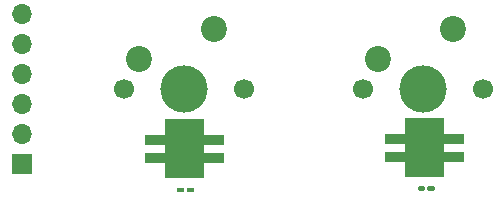
<source format=gbs>
%TF.GenerationSoftware,KiCad,Pcbnew,5.1.10*%
%TF.CreationDate,2021-06-22T00:25:09+02:00*%
%TF.ProjectId,Led_poc,4c65645f-706f-4632-9e6b-696361645f70,rev?*%
%TF.SameCoordinates,Original*%
%TF.FileFunction,Soldermask,Bot*%
%TF.FilePolarity,Negative*%
%FSLAX46Y46*%
G04 Gerber Fmt 4.6, Leading zero omitted, Abs format (unit mm)*
G04 Created by KiCad (PCBNEW 5.1.10) date 2021-06-22 00:25:09*
%MOMM*%
%LPD*%
G01*
G04 APERTURE LIST*
%ADD10C,1.700000*%
%ADD11C,4.000000*%
%ADD12C,2.200000*%
%ADD13O,1.700000X1.700000*%
%ADD14R,1.700000X1.700000*%
%ADD15C,0.100000*%
%ADD16R,1.800000X0.820000*%
G04 APERTURE END LIST*
D10*
%TO.C,SW2*%
X153101000Y-84561500D03*
X142941000Y-84561500D03*
D11*
X148021000Y-84561500D03*
D12*
X144211000Y-82021500D03*
X150561000Y-79481500D03*
%TD*%
D10*
%TO.C,SW1*%
X132901000Y-84561500D03*
X122741000Y-84561500D03*
D11*
X127821000Y-84561500D03*
D12*
X124011000Y-82021500D03*
X130361000Y-79481500D03*
%TD*%
D13*
%TO.C,J1*%
X114109500Y-78232000D03*
X114109500Y-80772000D03*
X114109500Y-83312000D03*
X114109500Y-85852000D03*
X114109500Y-88392000D03*
D14*
X114109500Y-90932000D03*
%TD*%
D15*
%TO.C,D2*%
G36*
X149795500Y-92035000D02*
G01*
X146495500Y-92035000D01*
X146495500Y-87035000D01*
X149795500Y-87035000D01*
X149795500Y-92035000D01*
G37*
D16*
X150645500Y-90285000D03*
X150645500Y-88785000D03*
X145645500Y-88785000D03*
X145645500Y-90285000D03*
%TD*%
D15*
%TO.C,D1*%
G36*
X129539000Y-92098500D02*
G01*
X126239000Y-92098500D01*
X126239000Y-87098500D01*
X129539000Y-87098500D01*
X129539000Y-92098500D01*
G37*
D16*
X130389000Y-90348500D03*
X130389000Y-88848500D03*
X125389000Y-88848500D03*
X125389000Y-90348500D03*
%TD*%
%TO.C,C2*%
G36*
G01*
X148246000Y-92864000D02*
X148246000Y-93064000D01*
G75*
G02*
X148146000Y-93164000I-100000J0D01*
G01*
X147711000Y-93164000D01*
G75*
G02*
X147611000Y-93064000I0J100000D01*
G01*
X147611000Y-92864000D01*
G75*
G02*
X147711000Y-92764000I100000J0D01*
G01*
X148146000Y-92764000D01*
G75*
G02*
X148246000Y-92864000I0J-100000D01*
G01*
G37*
G36*
G01*
X149061000Y-92864000D02*
X149061000Y-93064000D01*
G75*
G02*
X148961000Y-93164000I-100000J0D01*
G01*
X148526000Y-93164000D01*
G75*
G02*
X148426000Y-93064000I0J100000D01*
G01*
X148426000Y-92864000D01*
G75*
G02*
X148526000Y-92764000I100000J0D01*
G01*
X148961000Y-92764000D01*
G75*
G02*
X149061000Y-92864000I0J-100000D01*
G01*
G37*
%TD*%
%TO.C,C1*%
G36*
G01*
X127862500Y-92991000D02*
X127862500Y-93191000D01*
G75*
G02*
X127762500Y-93291000I-100000J0D01*
G01*
X127327500Y-93291000D01*
G75*
G02*
X127227500Y-93191000I0J100000D01*
G01*
X127227500Y-92991000D01*
G75*
G02*
X127327500Y-92891000I100000J0D01*
G01*
X127762500Y-92891000D01*
G75*
G02*
X127862500Y-92991000I0J-100000D01*
G01*
G37*
G36*
G01*
X128677500Y-92991000D02*
X128677500Y-93191000D01*
G75*
G02*
X128577500Y-93291000I-100000J0D01*
G01*
X128142500Y-93291000D01*
G75*
G02*
X128042500Y-93191000I0J100000D01*
G01*
X128042500Y-92991000D01*
G75*
G02*
X128142500Y-92891000I100000J0D01*
G01*
X128577500Y-92891000D01*
G75*
G02*
X128677500Y-92991000I0J-100000D01*
G01*
G37*
%TD*%
M02*

</source>
